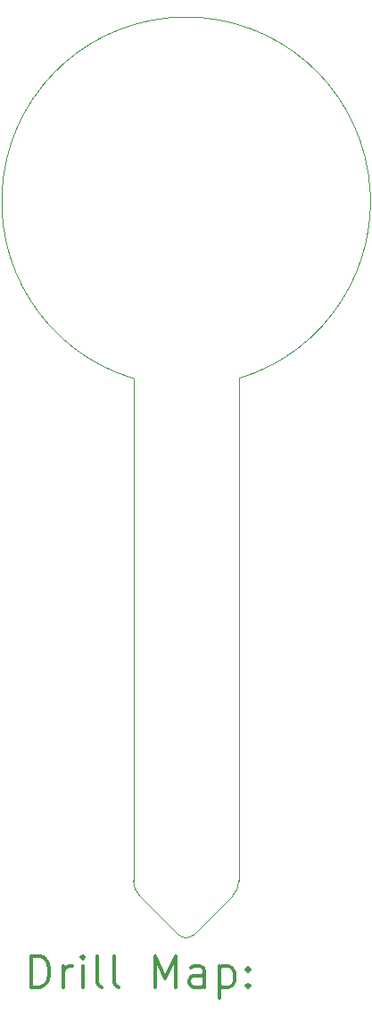
<source format=gbr>
%FSLAX45Y45*%
G04 Gerber Fmt 4.5, Leading zero omitted, Abs format (unit mm)*
G04 Created by KiCad (PCBNEW 5.1.10) date 2021-11-09 15:36:48*
%MOMM*%
%LPD*%
G01*
G04 APERTURE LIST*
%TA.AperFunction,Profile*%
%ADD10C,0.100000*%
%TD*%
%ADD11C,0.200000*%
%ADD12C,0.300000*%
G04 APERTURE END LIST*
D10*
X6130487Y-13025787D02*
G75*
G02*
X6071908Y-12884365I141421J141421D01*
G01*
X6071908Y-8120168D02*
X6071908Y-12884365D01*
X6071999Y-8120195D02*
G75*
G02*
X7071908Y-8120168I499909J1677078D01*
G01*
X7071908Y-12884365D02*
X7071908Y-8120168D01*
X7071908Y-12884365D02*
G75*
G02*
X7013329Y-13025787I-200000J0D01*
G01*
X6642619Y-13396497D02*
X7013329Y-13025787D01*
X6642619Y-13396497D02*
G75*
G02*
X6501197Y-13396497I-70711J70711D01*
G01*
X6130487Y-13025787D02*
X6501197Y-13396497D01*
D11*
D12*
X5103337Y-13896501D02*
X5103337Y-13596501D01*
X5174765Y-13596501D01*
X5217622Y-13610787D01*
X5246194Y-13639358D01*
X5260479Y-13667929D01*
X5274765Y-13725072D01*
X5274765Y-13767929D01*
X5260479Y-13825072D01*
X5246194Y-13853644D01*
X5217622Y-13882215D01*
X5174765Y-13896501D01*
X5103337Y-13896501D01*
X5403337Y-13896501D02*
X5403337Y-13696501D01*
X5403337Y-13753644D02*
X5417622Y-13725072D01*
X5431908Y-13710787D01*
X5460479Y-13696501D01*
X5489051Y-13696501D01*
X5589051Y-13896501D02*
X5589051Y-13696501D01*
X5589051Y-13596501D02*
X5574765Y-13610787D01*
X5589051Y-13625072D01*
X5603336Y-13610787D01*
X5589051Y-13596501D01*
X5589051Y-13625072D01*
X5774765Y-13896501D02*
X5746194Y-13882215D01*
X5731908Y-13853644D01*
X5731908Y-13596501D01*
X5931908Y-13896501D02*
X5903336Y-13882215D01*
X5889051Y-13853644D01*
X5889051Y-13596501D01*
X6274765Y-13896501D02*
X6274765Y-13596501D01*
X6374765Y-13810787D01*
X6474765Y-13596501D01*
X6474765Y-13896501D01*
X6746194Y-13896501D02*
X6746194Y-13739358D01*
X6731908Y-13710787D01*
X6703336Y-13696501D01*
X6646194Y-13696501D01*
X6617622Y-13710787D01*
X6746194Y-13882215D02*
X6717622Y-13896501D01*
X6646194Y-13896501D01*
X6617622Y-13882215D01*
X6603336Y-13853644D01*
X6603336Y-13825072D01*
X6617622Y-13796501D01*
X6646194Y-13782215D01*
X6717622Y-13782215D01*
X6746194Y-13767929D01*
X6889051Y-13696501D02*
X6889051Y-13996501D01*
X6889051Y-13710787D02*
X6917622Y-13696501D01*
X6974765Y-13696501D01*
X7003336Y-13710787D01*
X7017622Y-13725072D01*
X7031908Y-13753644D01*
X7031908Y-13839358D01*
X7017622Y-13867929D01*
X7003336Y-13882215D01*
X6974765Y-13896501D01*
X6917622Y-13896501D01*
X6889051Y-13882215D01*
X7160479Y-13867929D02*
X7174765Y-13882215D01*
X7160479Y-13896501D01*
X7146194Y-13882215D01*
X7160479Y-13867929D01*
X7160479Y-13896501D01*
X7160479Y-13710787D02*
X7174765Y-13725072D01*
X7160479Y-13739358D01*
X7146194Y-13725072D01*
X7160479Y-13710787D01*
X7160479Y-13739358D01*
M02*

</source>
